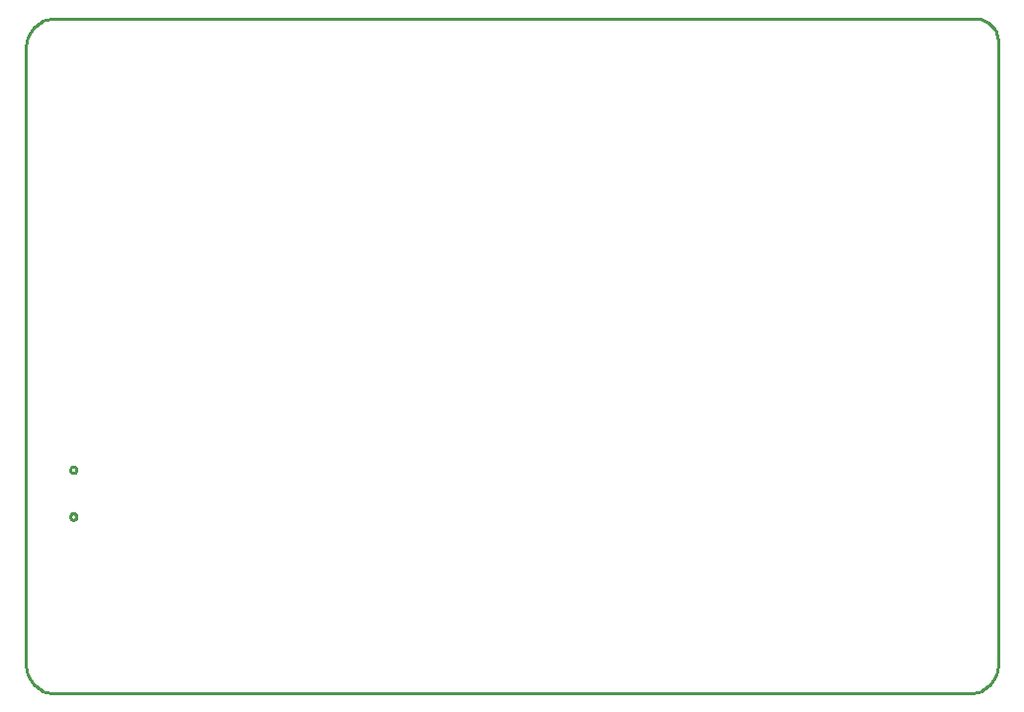
<source format=gbr>
G04 EAGLE Gerber RS-274X export*
G75*
%MOMM*%
%FSLAX34Y34*%
%LPD*%
%IN*%
%IPPOS*%
%AMOC8*
5,1,8,0,0,1.08239X$1,22.5*%
G01*
%ADD10C,0.254000*%


D10*
X0Y25400D02*
X97Y23186D01*
X386Y20989D01*
X865Y18826D01*
X1532Y16713D01*
X2380Y14666D01*
X3403Y12700D01*
X4594Y10831D01*
X5942Y9073D01*
X7440Y7440D01*
X9073Y5942D01*
X10831Y4594D01*
X12700Y3403D01*
X14666Y2380D01*
X16713Y1532D01*
X18826Y865D01*
X20989Y386D01*
X23186Y97D01*
X25400Y0D01*
X806600Y0D01*
X808814Y97D01*
X811011Y386D01*
X813174Y865D01*
X815287Y1532D01*
X817335Y2380D01*
X819300Y3403D01*
X821169Y4594D01*
X822927Y5942D01*
X824561Y7440D01*
X826058Y9073D01*
X827406Y10831D01*
X828597Y12700D01*
X829620Y14666D01*
X830468Y16713D01*
X831135Y18826D01*
X831614Y20989D01*
X831903Y23186D01*
X832000Y25400D01*
X832000Y558000D01*
X831924Y559743D01*
X831696Y561473D01*
X831319Y563176D01*
X830794Y564840D01*
X830126Y566452D01*
X829321Y568000D01*
X828383Y569472D01*
X827321Y570856D01*
X826142Y572142D01*
X824856Y573321D01*
X823472Y574383D01*
X822000Y575321D01*
X820452Y576126D01*
X818840Y576794D01*
X817176Y577319D01*
X815473Y577696D01*
X813743Y577924D01*
X812000Y578000D01*
X25400Y578000D01*
X23186Y577903D01*
X20989Y577614D01*
X18826Y577135D01*
X16713Y576468D01*
X14666Y575620D01*
X12700Y574597D01*
X10831Y573406D01*
X9073Y572058D01*
X7440Y570561D01*
X5942Y568927D01*
X4594Y567169D01*
X3403Y565300D01*
X2380Y563335D01*
X1532Y561287D01*
X865Y559174D01*
X386Y557011D01*
X97Y554814D01*
X0Y552600D01*
X0Y25400D01*
X40334Y188700D02*
X39906Y188768D01*
X39494Y188901D01*
X39109Y189098D01*
X38759Y189352D01*
X38452Y189659D01*
X38198Y190009D01*
X38001Y190394D01*
X37868Y190806D01*
X37800Y191234D01*
X37800Y191666D01*
X37868Y192094D01*
X38001Y192506D01*
X38198Y192891D01*
X38452Y193242D01*
X38759Y193548D01*
X39109Y193802D01*
X39494Y193999D01*
X39906Y194132D01*
X40334Y194200D01*
X40766Y194200D01*
X41194Y194132D01*
X41606Y193999D01*
X41991Y193802D01*
X42342Y193548D01*
X42648Y193242D01*
X42902Y192891D01*
X43099Y192506D01*
X43232Y192094D01*
X43300Y191666D01*
X43300Y191234D01*
X43232Y190806D01*
X43099Y190394D01*
X42902Y190009D01*
X42648Y189659D01*
X42342Y189352D01*
X41991Y189098D01*
X41606Y188901D01*
X41194Y188768D01*
X40766Y188700D01*
X40334Y188700D01*
X40334Y148700D02*
X39906Y148768D01*
X39494Y148901D01*
X39109Y149098D01*
X38759Y149352D01*
X38452Y149659D01*
X38198Y150009D01*
X38001Y150394D01*
X37868Y150806D01*
X37800Y151234D01*
X37800Y151666D01*
X37868Y152094D01*
X38001Y152506D01*
X38198Y152891D01*
X38452Y153242D01*
X38759Y153548D01*
X39109Y153802D01*
X39494Y153999D01*
X39906Y154132D01*
X40334Y154200D01*
X40766Y154200D01*
X41194Y154132D01*
X41606Y153999D01*
X41991Y153802D01*
X42342Y153548D01*
X42648Y153242D01*
X42902Y152891D01*
X43099Y152506D01*
X43232Y152094D01*
X43300Y151666D01*
X43300Y151234D01*
X43232Y150806D01*
X43099Y150394D01*
X42902Y150009D01*
X42648Y149659D01*
X42342Y149352D01*
X41991Y149098D01*
X41606Y148901D01*
X41194Y148768D01*
X40766Y148700D01*
X40334Y148700D01*
M02*

</source>
